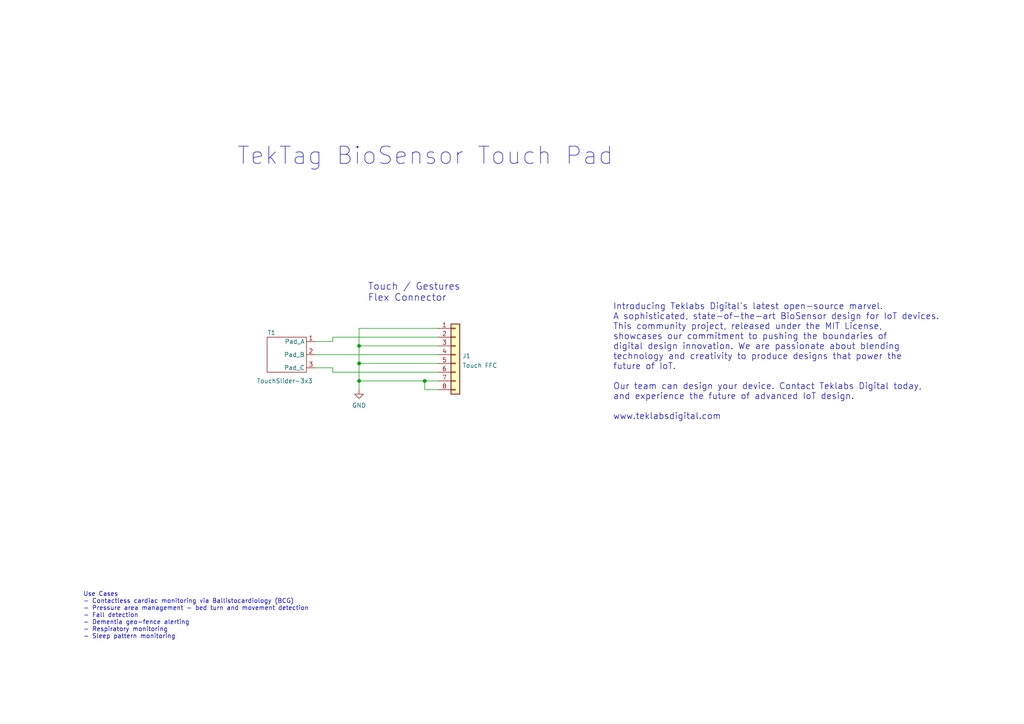
<source format=kicad_sch>
(kicad_sch (version 20211123) (generator eeschema)
  (paper "A4")
  (title_block (title "TekTag Biosensor") (date "2023-05-25") (rev "0.2 alpha") (company "© 2023 Teklabs Digital Pty Ltd") (comment 1 "Designed By Trevor Attema") (comment 2 "MIT License"))
  (lib_symbols
    (symbol "Connector_Generic:Conn_01x08" (pin_names (offset 1.016) hide)
      (property "Reference" "J" (at 0 10.16 0))
      (property "Value" "Conn_01x08" (at 0 -12.7 0))
      (symbol "Conn_01x08_1_1"
        (rectangle (start -1.27 -10.033) (end 0 -10.287) (stroke (width 0.1524)))
        (rectangle (start -1.27 -7.493) (end 0 -7.747) (stroke (width 0.1524)))
        (rectangle (start -1.27 -4.953) (end 0 -5.207) (stroke (width 0.1524)))
        (rectangle (start -1.27 -2.413) (end 0 -2.667) (stroke (width 0.1524)))
        (rectangle (start -1.27 0.127) (end 0 -0.127) (stroke (width 0.1524)))
        (rectangle (start -1.27 2.667) (end 0 2.413) (stroke (width 0.1524)))
        (rectangle (start -1.27 5.207) (end 0 4.953) (stroke (width 0.1524)))
        (rectangle (start -1.27 7.747) (end 0 7.493) (stroke (width 0.1524)))
        (rectangle (start -1.27 8.89) (end 1.27 -11.43) (stroke (width 0.254)) (fill (type background)))
        (pin passive line (at -5.08 7.62 0) (length 3.81) (name "Pin_1") (number "1"))
        (pin passive line (at -5.08 5.08 0) (length 3.81) (name "Pin_2") (number "2"))
        (pin passive line (at -5.08 2.54 0) (length 3.81) (name "Pin_3") (number "3"))
        (pin passive line (at -5.08 0 0) (length 3.81) (name "Pin_4") (number "4"))
        (pin passive line (at -5.08 -2.54 0) (length 3.81) (name "Pin_5") (number "5"))
        (pin passive line (at -5.08 -5.08 0) (length 3.81) (name "Pin_6") (number "6"))
        (pin passive line (at -5.08 -7.62 0) (length 3.81) (name "Pin_7") (number "7"))
        (pin passive line (at -5.08 -10.16 0) (length 3.81) (name "Pin_8") (number "8"))
      )
    )
    (symbol "Teklabs:TouchSlider-3x3"
      (property "Reference" "T?" (at 0.635 10.2657 0))
      (property "Value" "TouchSlider-3x3" (at 0.635 7.4906 0))
      (symbol "TouchSlider-3x3_0_1"
        (rectangle (start -5.08 6.35) (end 6.35 -3.81) (stroke (width 0.1524)))
      )
      (symbol "TouchSlider-3x3_1_1"
        (pin bidirectional line (at 8.89 5.08 180) (length 2.54) (name "Pad_A") (number "1"))
        (pin bidirectional line (at 8.89 1.27 180) (length 2.54) (name "Pad_B") (number "2"))
        (pin bidirectional line (at 8.89 -2.54 180) (length 2.54) (name "Pad_C") (number "3"))
      )
    )
    (symbol "power:GND" (power) (pin_names (offset 0))
      (property "Value" "GND" (at 0 -3.81 0))
      (symbol "GND_0_1"
        (polyline (pts (xy 0 0) (xy 0 -1.27) (xy 1.27 -1.27) (xy 0 -2.54) (xy -1.27 -1.27) (xy 0 -1.27)))
      )
      (symbol "GND_1_1"
        (pin power_in line (at 0 0 270) (length 0) hide (name "GND") (number "1"))
      )
    )
  )
  (junction (at 123.19 110.49))
  (junction (at 104.14 105.41))
  (junction (at 104.14 100.33))
  (junction (at 104.14 110.49))
  (wire (pts (xy 127 113.03) (xy 123.19 113.03)))
  (wire (pts (xy 104.14 95.25) (xy 104.14 100.33)))
  (wire (pts (xy 104.14 105.41) (xy 104.14 110.49)))
  (wire (pts (xy 96.52 99.06) (xy 96.52 97.79)))
  (wire (pts (xy 127 105.41) (xy 104.14 105.41)))
  (wire (pts (xy 104.14 110.49) (xy 104.14 113.03)))
  (wire (pts (xy 104.14 100.33) (xy 104.14 105.41)))
  (wire (pts (xy 127 110.49) (xy 123.19 110.49)))
  (wire (pts (xy 96.52 106.68) (xy 96.52 107.95)))
  (wire (pts (xy 91.44 106.68) (xy 96.52 106.68)))
  (wire (pts (xy 91.44 99.06) (xy 96.52 99.06)))
  (wire (pts (xy 127 95.25) (xy 104.14 95.25)))
  (wire (pts (xy 91.44 102.87) (xy 127 102.87)))
  (wire (pts (xy 127 100.33) (xy 104.14 100.33)))
  (wire (pts (xy 96.52 97.79) (xy 127 97.79)))
  (wire (pts (xy 123.19 113.03) (xy 123.19 110.49)))
  (wire (pts (xy 96.52 107.95) (xy 127 107.95)))
  (wire (pts (xy 123.19 110.49) (xy 104.14 110.49)))
  (text "Introducing Teklabs Digital's latest open-source marvel.\nA sophisticated, state-of-the-art BioSensor design for IoT devices.\nThis community project, released under the MIT License,\nshowcases our commitment to pushing the boundaries of\ndigital design innovation. We are passionate about blending\ntechnology and creativity to produce designs that power the\nfuture of IoT.\n\nOur team can design your device. Contact Teklabs Digital today,\nand experience the future of advanced IoT design.\n\nwww.teklabsdigital.com" (at 177.8 121.92 0) (effects (font (size 1.8 1.8)) (justify left bottom)))
  (text "Use Cases\n- Contactless cardiac monitoring via Ballistocardiology (BCG)\n- Pressure area management - bed turn and movement detection\n- Fall detection\n- Dementia geo-fence alerting\n- Respiratory monitoring\n- Sleep pattern monitoring" (at 24.13 185.42 0) (effects (font (size 1.27 1.27)) (justify left bottom)))
  (text "TekTag BioSensor Touch Pad" (at 68.58 48.26 0) (effects (font (size 5 5)) (justify left bottom)))
  (text "Touch / Gestures\nFlex Connector" (at 106.68 87.63 0) (effects (font (size 2 2)) (justify left bottom)))
  (symbol (lib_id "Connector_Generic:Conn_01x08") (at 132.08 102.87 0) (unit 1) (in_bom no)
    (property "Reference" "J1" (at 134.112 103.2315 0) (effects (justify left)))
    (property "Value" "Touch FFC" (at 134.112 106.0066 0) (effects (justify left)))
    (property "Footprint" "Teklabs:FFC_12_FLEX_PCB_END" (effects hide))
    (property "Datasheet" "https://www.molex.com/pdm_docs/sd/5034800800_sd.pdf" (effects hide))
  )
  (symbol (lib_id "Teklabs:TouchSlider-3x3") (at 82.55 104.14 0) (unit 1) (in_bom no)
    (property "Reference" "T1" (at 78.74 96.52 0))
    (property "Value" "TouchSlider-3x3" (at 82.55 110.49 0))
    (property "Footprint" "Teklabs:TouchSlider-3_12x12mm" (effects hide))
  )
  (symbol (lib_id "power:GND") (at 104.14 113.03 0) (unit 1)
    (property "Reference" "#PWR0101" (effects hide))
    (property "Value" "GND" (at 104.14 117.5925 0))
  )
)
</source>
